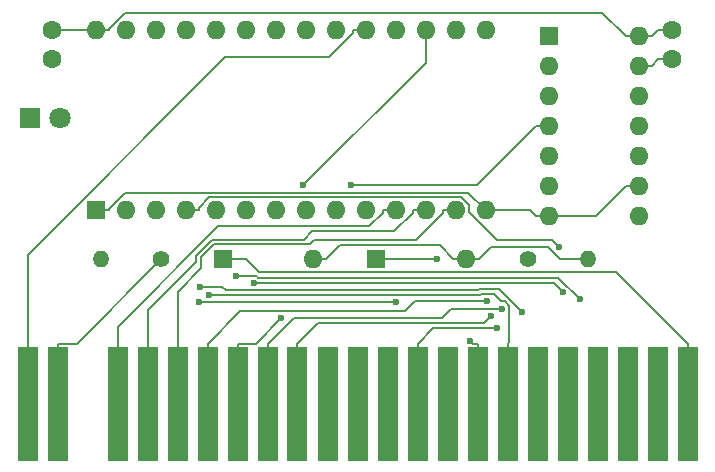
<source format=gbr>
%TF.GenerationSoftware,KiCad,Pcbnew,8.0.2*%
%TF.CreationDate,2024-05-20T10:45:04+02:00*%
%TF.ProjectId,zx81-external-16k,7a783831-2d65-4787-9465-726e616c2d31,rev?*%
%TF.SameCoordinates,Original*%
%TF.FileFunction,Copper,L1,Top*%
%TF.FilePolarity,Positive*%
%FSLAX46Y46*%
G04 Gerber Fmt 4.6, Leading zero omitted, Abs format (unit mm)*
G04 Created by KiCad (PCBNEW 8.0.2) date 2024-05-20 10:45:04*
%MOMM*%
%LPD*%
G01*
G04 APERTURE LIST*
%TA.AperFunction,ComponentPad*%
%ADD10C,1.400000*%
%TD*%
%TA.AperFunction,ComponentPad*%
%ADD11O,1.400000X1.400000*%
%TD*%
%TA.AperFunction,ComponentPad*%
%ADD12R,1.600000X1.600000*%
%TD*%
%TA.AperFunction,ComponentPad*%
%ADD13O,1.600000X1.600000*%
%TD*%
%TA.AperFunction,ConnectorPad*%
%ADD14R,1.778000X9.620000*%
%TD*%
%TA.AperFunction,ComponentPad*%
%ADD15R,1.800000X1.800000*%
%TD*%
%TA.AperFunction,ComponentPad*%
%ADD16C,1.800000*%
%TD*%
%TA.AperFunction,ComponentPad*%
%ADD17C,1.600000*%
%TD*%
%TA.AperFunction,ViaPad*%
%ADD18C,0.600000*%
%TD*%
%TA.AperFunction,Conductor*%
%ADD19C,0.200000*%
%TD*%
G04 APERTURE END LIST*
D10*
%TO.P,R2,1*%
%TO.N,+5V*%
X144330000Y-111200000D03*
D11*
%TO.P,R2,2*%
%TO.N,Net-(D2-A)*%
X149410000Y-111200000D03*
%TD*%
D12*
%TO.P,U1,1,A14*%
%TO.N,GND*%
X107740000Y-107100000D03*
D13*
%TO.P,U1,2,A12*%
%TO.N,A12*%
X110280000Y-107100000D03*
%TO.P,U1,3,A7*%
%TO.N,A7*%
X112820000Y-107100000D03*
%TO.P,U1,4,A6*%
%TO.N,A6*%
X115360000Y-107100000D03*
%TO.P,U1,5,A5*%
%TO.N,A5*%
X117900000Y-107100000D03*
%TO.P,U1,6,A4*%
%TO.N,A4*%
X120440000Y-107100000D03*
%TO.P,U1,7,A3*%
%TO.N,A3*%
X122980000Y-107100000D03*
%TO.P,U1,8,A2*%
%TO.N,A2*%
X125520000Y-107100000D03*
%TO.P,U1,9,A1*%
%TO.N,A1*%
X128060000Y-107100000D03*
%TO.P,U1,10,A0*%
%TO.N,A0*%
X130600000Y-107100000D03*
%TO.P,U1,11,Q0*%
%TO.N,D0*%
X133140000Y-107100000D03*
%TO.P,U1,12,Q1*%
%TO.N,D1*%
X135680000Y-107100000D03*
%TO.P,U1,13,Q2*%
%TO.N,D2*%
X138220000Y-107100000D03*
%TO.P,U1,14,GND*%
%TO.N,GND*%
X140760000Y-107100000D03*
%TO.P,U1,15,Q3*%
%TO.N,D3*%
X140760000Y-91860000D03*
%TO.P,U1,16,Q4*%
%TO.N,D4*%
X138220000Y-91860000D03*
%TO.P,U1,17,Q5*%
%TO.N,D5*%
X135680000Y-91860000D03*
%TO.P,U1,18,Q6*%
%TO.N,D6*%
X133140000Y-91860000D03*
%TO.P,U1,19,Q7*%
%TO.N,D7*%
X130600000Y-91860000D03*
%TO.P,U1,20,~{CS}*%
%TO.N,Net-(U1-~{CS})*%
X128060000Y-91860000D03*
%TO.P,U1,21,A10*%
%TO.N,A10*%
X125520000Y-91860000D03*
%TO.P,U1,22,~{OE}*%
%TO.N,Net-(D2-A)*%
X122980000Y-91860000D03*
%TO.P,U1,23,A11*%
%TO.N,A11*%
X120440000Y-91860000D03*
%TO.P,U1,24,A9*%
%TO.N,A9*%
X117900000Y-91860000D03*
%TO.P,U1,25,A8*%
%TO.N,A8*%
X115360000Y-91860000D03*
%TO.P,U1,26,A13*%
%TO.N,A13*%
X112820000Y-91860000D03*
%TO.P,U1,27,~{WE}*%
%TO.N,Net-(J1-~{WR})*%
X110280000Y-91860000D03*
%TO.P,U1,28,VCC*%
%TO.N,+5V*%
X107740000Y-91860000D03*
%TD*%
D14*
%TO.P,J1,B3,D7*%
%TO.N,D7*%
X101974600Y-123480000D03*
%TO.P,J1,B4,~{RAMCS}*%
%TO.N,+5V*%
X104514600Y-123480000D03*
%TO.P,J1,B6,D0*%
%TO.N,D0*%
X109594600Y-123480000D03*
%TO.P,J1,B7,D1*%
%TO.N,D1*%
X112134600Y-123480000D03*
%TO.P,J1,B8,D2*%
%TO.N,D2*%
X114674600Y-123480000D03*
%TO.P,J1,B9,D6*%
%TO.N,D6*%
X117214600Y-123480000D03*
%TO.P,J1,B10,D5*%
%TO.N,D5*%
X119754600Y-123480000D03*
%TO.P,J1,B11,D3*%
%TO.N,D3*%
X122294600Y-123480000D03*
%TO.P,J1,B12,D4*%
%TO.N,D4*%
X124824600Y-123480000D03*
%TO.P,J1,B13,~{INT}*%
%TO.N,unconnected-(J1-~{INT}-PadB13)*%
X127374600Y-123480000D03*
%TO.P,J1,B14,~{NMI}*%
%TO.N,unconnected-(J1-~{NMI}-PadB14)*%
X129914600Y-123480000D03*
%TO.P,J1,B15,~{HALT}*%
%TO.N,unconnected-(J1-~{HALT}-PadB15)*%
X132454600Y-123480000D03*
%TO.P,J1,B16,~{MREQ}*%
%TO.N,Net-(J1-~{MREQ})*%
X134994600Y-123480000D03*
%TO.P,J1,B17,~{IOREQ}*%
%TO.N,unconnected-(J1-~{IOREQ}-PadB17)*%
X137534600Y-123480000D03*
%TO.P,J1,B18,~{RD}*%
%TO.N,Net-(D3-K)*%
X140074600Y-123480000D03*
%TO.P,J1,B19,~{WR}*%
%TO.N,Net-(J1-~{WR})*%
X142614600Y-123480000D03*
%TO.P,J1,B20,~{BUSAC}*%
%TO.N,unconnected-(J1-~{BUSAC}-PadB20)*%
X145154600Y-123480000D03*
%TO.P,J1,B21,~{WAIT}*%
%TO.N,unconnected-(J1-~{WAIT}-PadB21)*%
X147694600Y-123480000D03*
%TO.P,J1,B22,~{BUSRQ}*%
%TO.N,unconnected-(J1-~{BUSRQ}-PadB22)*%
X150234600Y-123480000D03*
%TO.P,J1,B23,~{RESET}*%
%TO.N,unconnected-(J1-~{RESET}-PadB23)*%
X152774600Y-123480000D03*
%TO.P,J1,B24,~{M1}*%
%TO.N,unconnected-(J1-~{M1}-PadB24)*%
X155314600Y-123480000D03*
%TO.P,J1,B25,~{RFSH}*%
%TO.N,Net-(D2-K)*%
X157854600Y-123480000D03*
%TD*%
D15*
%TO.P,D1,1,K*%
%TO.N,GND*%
X102195000Y-99240000D03*
D16*
%TO.P,D1,2,A*%
%TO.N,Net-(D1-A)*%
X104735000Y-99240000D03*
%TD*%
D12*
%TO.P,U2,1*%
%TO.N,Net-(J1-~{MREQ})*%
X146100000Y-92320000D03*
D13*
%TO.P,U2,2*%
X146100000Y-94860000D03*
%TO.P,U2,3*%
%TO.N,Net-(U2-Pad3)*%
X146100000Y-97400000D03*
%TO.P,U2,4*%
%TO.N,Net-(J1-PadA14)*%
X146100000Y-99940000D03*
%TO.P,U2,5*%
%TO.N,Net-(U2-Pad3)*%
X146100000Y-102480000D03*
%TO.P,U2,6*%
%TO.N,Net-(U1-~{CS})*%
X146100000Y-105020000D03*
%TO.P,U2,7,GND*%
%TO.N,GND*%
X146100000Y-107560000D03*
%TO.P,U2,8*%
%TO.N,unconnected-(U2-Pad8)*%
X153720000Y-107560000D03*
%TO.P,U2,9*%
%TO.N,GND*%
X153720000Y-105020000D03*
%TO.P,U2,10*%
X153720000Y-102480000D03*
%TO.P,U2,11*%
%TO.N,unconnected-(U2-Pad11)*%
X153720000Y-99940000D03*
%TO.P,U2,12*%
%TO.N,GND*%
X153720000Y-97400000D03*
%TO.P,U2,13*%
X153720000Y-94860000D03*
%TO.P,U2,14,VCC*%
%TO.N,+5V*%
X153720000Y-92320000D03*
%TD*%
D17*
%TO.P,C2,1*%
%TO.N,+5V*%
X156550000Y-91810000D03*
%TO.P,C2,2*%
%TO.N,GND*%
X156550000Y-94310000D03*
%TD*%
%TO.P,C1,1*%
%TO.N,+5V*%
X104060000Y-91780000D03*
%TO.P,C1,2*%
%TO.N,GND*%
X104060000Y-94280000D03*
%TD*%
D10*
%TO.P,R1,1*%
%TO.N,+5V*%
X113300000Y-111200000D03*
D11*
%TO.P,R1,2*%
%TO.N,Net-(D1-A)*%
X108220000Y-111200000D03*
%TD*%
D12*
%TO.P,D3,1,K*%
%TO.N,Net-(D3-K)*%
X131480000Y-111200000D03*
D13*
%TO.P,D3,2,A*%
%TO.N,Net-(D2-A)*%
X139100000Y-111200000D03*
%TD*%
D12*
%TO.P,D2,1,K*%
%TO.N,Net-(D2-K)*%
X118530000Y-111200000D03*
D13*
%TO.P,D2,2,A*%
%TO.N,Net-(D2-A)*%
X126150000Y-111200000D03*
%TD*%
D18*
%TO.N,D4*%
X141228000Y-116062000D03*
%TO.N,A7*%
X116599000Y-113573000D03*
X143845000Y-115662000D03*
%TO.N,D3*%
X142164000Y-115400000D03*
%TO.N,A4*%
X121148000Y-113265000D03*
X147291000Y-114011000D03*
%TO.N,A5*%
X119663000Y-112664000D03*
X148753000Y-114615000D03*
%TO.N,A12*%
X116497000Y-114874000D03*
X133186000Y-114874000D03*
%TO.N,D6*%
X140904000Y-114744000D03*
%TO.N,A6*%
X146992000Y-110215000D03*
%TO.N,D5*%
X125334000Y-104926000D03*
X123477000Y-116221000D03*
%TO.N,Net-(J1-~{WR})*%
X117352000Y-114271000D03*
%TO.N,Net-(J1-~{MREQ})*%
X141734000Y-117068000D03*
%TO.N,Net-(J1-PadA14)*%
X129330000Y-104926000D03*
%TO.N,Net-(D3-K)*%
X136625000Y-111200000D03*
X139448000Y-118121000D03*
%TD*%
D19*
%TO.N,D4*%
X140623000Y-116667000D02*
X141228000Y-116062000D01*
X124824600Y-120924400D02*
X124824600Y-123480000D01*
X124825000Y-123480000D02*
X124825000Y-120924000D01*
X124825000Y-120924000D02*
X124824600Y-120924400D01*
X124825000Y-118368000D02*
X126526000Y-116667000D01*
X126526000Y-116667000D02*
X140623000Y-116667000D01*
X124825000Y-120924000D02*
X124825000Y-118368000D01*
%TO.N,A7*%
X118454000Y-113573000D02*
X116599000Y-113573000D01*
X140141000Y-113867000D02*
X118748000Y-113867000D01*
X140268000Y-113741000D02*
X140141000Y-113867000D01*
X143845000Y-115662000D02*
X141924000Y-113741000D01*
X141924000Y-113741000D02*
X140268000Y-113741000D01*
X118748000Y-113867000D02*
X118454000Y-113573000D01*
%TO.N,D7*%
X127477000Y-94109700D02*
X118699000Y-94109700D01*
X101975000Y-117157000D02*
X101975000Y-123480000D01*
X129498000Y-91860000D02*
X129498000Y-92088300D01*
X118699000Y-94109700D02*
X101975000Y-110834000D01*
X129498000Y-92088300D02*
X127477000Y-94109700D01*
X101975000Y-117157000D02*
X101974600Y-117157400D01*
X101974600Y-117157400D02*
X101974600Y-123480000D01*
X130600000Y-91860000D02*
X129498000Y-91860000D01*
X101975000Y-110834000D02*
X101975000Y-117157000D01*
%TO.N,D3*%
X122295000Y-121024000D02*
X122295000Y-118368000D01*
X137848000Y-115400000D02*
X142164000Y-115400000D01*
X122294600Y-121024400D02*
X122294600Y-123480000D01*
X137085000Y-116164000D02*
X137848000Y-115400000D01*
X122295000Y-123480000D02*
X122295000Y-121024000D01*
X122295000Y-121024000D02*
X122294600Y-121024400D01*
X122295000Y-118368000D02*
X124499000Y-116164000D01*
X124499000Y-116164000D02*
X137085000Y-116164000D01*
%TO.N,D0*%
X130920000Y-108447000D02*
X118104000Y-108447000D01*
X132038000Y-107100000D02*
X132038000Y-107328000D01*
X109595000Y-120218500D02*
X109594600Y-120218900D01*
X118104000Y-108447000D02*
X109595000Y-116957000D01*
X133140000Y-107100000D02*
X132038000Y-107100000D01*
X109595000Y-120218500D02*
X109595000Y-123480000D01*
X132038000Y-107328000D02*
X130920000Y-108447000D01*
X109595000Y-116957000D02*
X109595000Y-120218500D01*
X109594600Y-120218900D02*
X109594600Y-123480000D01*
%TO.N,D2*%
X116650000Y-112000000D02*
X114675000Y-113975000D01*
X117727000Y-109960000D02*
X116650000Y-111037000D01*
X125902000Y-109960000D02*
X117727000Y-109960000D01*
X137118000Y-107328000D02*
X134852000Y-109594000D01*
X114675000Y-113975000D02*
X114675000Y-118727500D01*
X134852000Y-109594000D02*
X126268000Y-109594000D01*
X114675000Y-118727500D02*
X114675000Y-123480000D01*
X114674600Y-118727900D02*
X114674600Y-123480000D01*
X126268000Y-109594000D02*
X125902000Y-109960000D01*
X138220000Y-107100000D02*
X137118000Y-107100000D01*
X137118000Y-107100000D02*
X137118000Y-107328000D01*
X116650000Y-111037000D02*
X116650000Y-112000000D01*
X114675000Y-118727500D02*
X114674600Y-118727900D01*
%TO.N,A4*%
X146546000Y-113265000D02*
X121148000Y-113265000D01*
X147291000Y-114011000D02*
X146546000Y-113265000D01*
%TO.N,A5*%
X148753000Y-114615000D02*
X146912000Y-112774000D01*
X146912000Y-112774000D02*
X121507000Y-112774000D01*
X121507000Y-112774000D02*
X121397000Y-112664000D01*
X121397000Y-112664000D02*
X119663000Y-112664000D01*
%TO.N,A12*%
X133186000Y-114874000D02*
X116497000Y-114874000D01*
%TO.N,D1*%
X116207000Y-111480000D02*
X112135000Y-115553000D01*
X133006000Y-108849000D02*
X126086000Y-108849000D01*
X125376000Y-109559000D02*
X117560000Y-109559000D01*
X126086000Y-108849000D02*
X125376000Y-109559000D01*
X112135000Y-115553000D02*
X112135000Y-119516500D01*
X134578000Y-107100000D02*
X134578000Y-107277000D01*
X112134600Y-119516900D02*
X112134600Y-123480000D01*
X116207000Y-110912000D02*
X116207000Y-111480000D01*
X135680000Y-107100000D02*
X134578000Y-107100000D01*
X134578000Y-107277000D02*
X133006000Y-108849000D01*
X112135000Y-119516500D02*
X112135000Y-123480000D01*
X117560000Y-109559000D02*
X116207000Y-110912000D01*
X112135000Y-119516500D02*
X112134600Y-119516900D01*
%TO.N,D6*%
X117215000Y-118368000D02*
X119964000Y-115619000D01*
X134802000Y-114744000D02*
X140904000Y-114744000D01*
X117214600Y-120924400D02*
X117214600Y-123480000D01*
X117215000Y-120924000D02*
X117215000Y-118368000D01*
X133928000Y-115619000D02*
X134802000Y-114744000D01*
X119964000Y-115619000D02*
X133928000Y-115619000D01*
X117215000Y-123480000D02*
X117215000Y-120924000D01*
X117215000Y-120924000D02*
X117214600Y-120924400D01*
%TO.N,A6*%
X116462000Y-107100000D02*
X116462000Y-106872000D01*
X146389000Y-109612000D02*
X146992000Y-110215000D01*
X117349000Y-105985000D02*
X138674000Y-105985000D01*
X141711000Y-109612000D02*
X146389000Y-109612000D01*
X116462000Y-106872000D02*
X117349000Y-105985000D01*
X139322000Y-107222000D02*
X141711000Y-109612000D01*
X139322000Y-106632000D02*
X139322000Y-107222000D01*
X138674000Y-105985000D02*
X139322000Y-106632000D01*
X115360000Y-107100000D02*
X116462000Y-107100000D01*
%TO.N,D5*%
X119754600Y-120924400D02*
X119754600Y-123480000D01*
X119755000Y-120924000D02*
X119755000Y-118368000D01*
X119755000Y-118368000D02*
X121330000Y-118368000D01*
X119755000Y-123480000D02*
X119755000Y-120924000D01*
X135680000Y-94579600D02*
X135680000Y-91860000D01*
X125334000Y-104926000D02*
X135680000Y-94579600D01*
X121330000Y-118368000D02*
X123477000Y-116221000D01*
X119755000Y-120924000D02*
X119754600Y-120924400D01*
%TO.N,Net-(J1-~{WR})*%
X142615000Y-123480000D02*
X142615000Y-120924000D01*
X142766000Y-118217000D02*
X142766000Y-115151000D01*
X142412000Y-114798000D02*
X142093000Y-114798000D01*
X142766000Y-115151000D02*
X142412000Y-114798000D01*
X142615000Y-118368000D02*
X142766000Y-118217000D01*
X142615000Y-120924000D02*
X142614600Y-120924400D01*
X141438000Y-114142000D02*
X140434000Y-114142000D01*
X142093000Y-114798000D02*
X141438000Y-114142000D01*
X142615000Y-120924000D02*
X142615000Y-118368000D01*
X140306000Y-114271000D02*
X117352000Y-114271000D01*
X142614600Y-120924400D02*
X142614600Y-123480000D01*
X140434000Y-114142000D02*
X140306000Y-114271000D01*
%TO.N,Net-(J1-~{MREQ})*%
X134995000Y-123480000D02*
X134995000Y-120924000D01*
X141732000Y-117069000D02*
X141734000Y-117068000D01*
X136294000Y-117069000D02*
X141732000Y-117069000D01*
X134995000Y-120924000D02*
X134994600Y-120924400D01*
X134995000Y-120924000D02*
X134995000Y-118368000D01*
X134994600Y-120924400D02*
X134994600Y-123480000D01*
X134995000Y-118368000D02*
X136294000Y-117069000D01*
%TO.N,GND*%
X152618000Y-105020000D02*
X150078000Y-107560000D01*
X144538000Y-107100000D02*
X140760000Y-107100000D01*
X146100000Y-107560000D02*
X144998000Y-107560000D01*
X153720000Y-105020000D02*
X152618000Y-105020000D01*
X108842000Y-106975000D02*
X110237000Y-105580000D01*
X107740000Y-107100000D02*
X108842000Y-107100000D01*
X108842000Y-107100000D02*
X108842000Y-106975000D01*
X153720000Y-94860000D02*
X154822000Y-94860000D01*
X155372000Y-94310000D02*
X156550000Y-94310000D01*
X154822000Y-94860000D02*
X155372000Y-94310000D01*
X150078000Y-107560000D02*
X146100000Y-107560000D01*
X139240000Y-105580000D02*
X140760000Y-107100000D01*
X144998000Y-107560000D02*
X144538000Y-107100000D01*
X110237000Y-105580000D02*
X139240000Y-105580000D01*
%TO.N,+5V*%
X104515000Y-118368000D02*
X106132000Y-118368000D01*
X106558000Y-91780000D02*
X104060000Y-91780000D01*
X152618000Y-92320000D02*
X153720000Y-92320000D01*
X155332000Y-91810000D02*
X154822000Y-92320000D01*
X104515000Y-120924000D02*
X104514600Y-120924400D01*
X150653000Y-90355000D02*
X152618000Y-92320000D01*
X106132000Y-118368000D02*
X113300000Y-111200000D01*
X110209000Y-90355000D02*
X150653000Y-90355000D01*
X108842000Y-91860000D02*
X108842000Y-91722300D01*
X108842000Y-91722300D02*
X110209000Y-90355000D01*
X104515000Y-120924000D02*
X104515000Y-118368000D01*
X106638000Y-91860000D02*
X106558000Y-91780000D01*
X104515000Y-123480000D02*
X104515000Y-120924000D01*
X104514600Y-120924400D02*
X104514600Y-123480000D01*
X107740000Y-91860000D02*
X108842000Y-91860000D01*
X154822000Y-92320000D02*
X153720000Y-92320000D01*
X107740000Y-91860000D02*
X106638000Y-91860000D01*
X156550000Y-91810000D02*
X155332000Y-91810000D01*
%TO.N,Net-(D2-A)*%
X136855000Y-110057000D02*
X137998000Y-111200000D01*
X141204000Y-110198000D02*
X146081000Y-110198000D01*
X126150000Y-111200000D02*
X127252000Y-111200000D01*
X147083000Y-111200000D02*
X149410000Y-111200000D01*
X137998000Y-111200000D02*
X139100000Y-111200000D01*
X139100000Y-111200000D02*
X140202000Y-111200000D01*
X146081000Y-110198000D02*
X147083000Y-111200000D01*
X140202000Y-111200000D02*
X141204000Y-110198000D01*
X128395000Y-110057000D02*
X136855000Y-110057000D01*
X127252000Y-111200000D02*
X128395000Y-110057000D01*
%TO.N,Net-(J1-PadA14)*%
X140012000Y-104926000D02*
X129330000Y-104926000D01*
X146100000Y-99940000D02*
X144998000Y-99940000D01*
X144998000Y-99940000D02*
X140012000Y-104926000D01*
%TO.N,Net-(D2-K)*%
X120501000Y-111200000D02*
X118530000Y-111200000D01*
X157855000Y-118368000D02*
X151794000Y-112308000D01*
X151794000Y-112308000D02*
X121609000Y-112308000D01*
X157854600Y-120924400D02*
X157854600Y-123480000D01*
X157855000Y-123480000D02*
X157855000Y-120924000D01*
X121609000Y-112308000D02*
X120501000Y-111200000D01*
X157855000Y-120924000D02*
X157854600Y-120924400D01*
X157855000Y-120924000D02*
X157855000Y-118368000D01*
%TO.N,Net-(D3-K)*%
X139696000Y-118368000D02*
X140075000Y-118368000D01*
X140075000Y-118368000D02*
X140075000Y-120924000D01*
X140075000Y-120924000D02*
X140075000Y-123480000D01*
X140075000Y-120924000D02*
X140074600Y-120924400D01*
X131480000Y-111200000D02*
X136625000Y-111200000D01*
X140074600Y-120924400D02*
X140074600Y-123480000D01*
X139448000Y-118121000D02*
X139696000Y-118368000D01*
%TD*%
M02*

</source>
